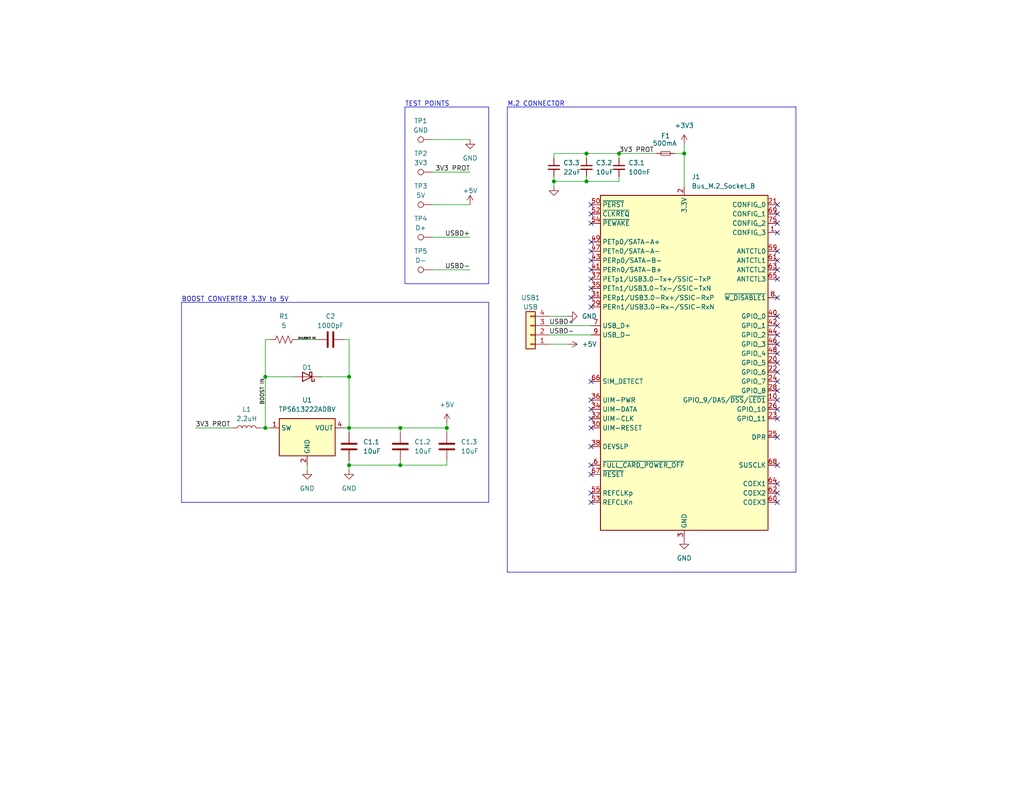
<source format=kicad_sch>
(kicad_sch (version 20231120) (generator "eeschema") (generator_version "8.0")
  (paper "USLetter")
  (title_block (title "Logitech Unifying 2242") (date "2023-03-04") (rev "B") (company "Ben Owen"))
  (lib_symbols
    (symbol "Connector:Bus_M.2_Socket_B"
      (property "Reference" "J" (at -22.86 46.99 0))
      (property "Value" "Bus_M.2_Socket_B" (at 16.51 46.99 0))
      (symbol "Bus_M.2_Socket_B_0_1"
        (rectangle (start -22.86 45.72) (end 22.86 -45.72) (stroke (width 0.254)) (fill (type background)))
      )
      (symbol "Bus_M.2_Socket_B_1_1"
        (pin input line (at 25.4 35.56 180) (length 2.54) (name "CONFIG_3") (number "1"))
        (pin bidirectional line (at 25.4 -10.16 180) (length 2.54) (name "GPIO_9/DAS/~{DSS}/~{LED1}") (number "10"))
        (pin passive line (at 0 -48.26 90) (length 2.54) hide (name "GND") (number "11"))
        (pin power_in line (at 0 48.26 270) (length 2.54) (name "3.3V") (number "2"))
        (pin bidirectional line (at 25.4 0 180) (length 2.54) (name "GPIO_5") (number "20"))
        (pin input line (at 25.4 43.18 180) (length 2.54) (name "CONFIG_0") (number "21"))
        (pin bidirectional line (at 25.4 -2.54 180) (length 2.54) (name "GPIO_6") (number "22"))
        (pin bidirectional line (at 25.4 -15.24 180) (length 2.54) (name "GPIO_11") (number "23"))
        (pin bidirectional line (at 25.4 -5.08 180) (length 2.54) (name "GPIO_7") (number "24"))
        (pin output line (at 25.4 -20.32 180) (length 2.54) (name "DPR") (number "25"))
        (pin bidirectional line (at 25.4 -12.7 180) (length 2.54) (name "GPIO_10") (number "26"))
        (pin passive line (at 0 -48.26 90) (length 2.54) hide (name "GND") (number "27"))
        (pin bidirectional line (at 25.4 -7.62 180) (length 2.54) (name "GPIO_8") (number "28"))
        (pin input line (at -25.4 15.24 0) (length 2.54) (name "PERn1/USB3.0-Rx-/SSIC-RxN") (number "29"))
        (pin power_in line (at 0 -48.26 90) (length 2.54) (name "GND") (number "3"))
        (pin input line (at -25.4 -17.78 0) (length 2.54) (name "UIM-RESET") (number "30"))
        (pin input line (at -25.4 17.78 0) (length 2.54) (name "PERp1/USB3.0-Rx+/SSIC-RxP") (number "31"))
        (pin input line (at -25.4 -15.24 0) (length 2.54) (name "UIM-CLK") (number "32"))
        (pin passive line (at 0 -48.26 90) (length 2.54) hide (name "GND") (number "33"))
        (pin bidirectional line (at -25.4 -12.7 0) (length 2.54) (name "UIM-DATA") (number "34"))
        (pin output line (at -25.4 20.32 0) (length 2.54) (name "PETn1/USB3.0-Tx-/SSIC-TxN") (number "35"))
        (pin input line (at -25.4 -10.16 0) (length 2.54) (name "UIM-PWR") (number "36"))
        (pin output line (at -25.4 22.86 0) (length 2.54) (name "PETp1/USB3.0-Tx+/SSIC-TxP") (number "37"))
        (pin output line (at -25.4 -22.86 0) (length 2.54) (name "DEVSLP") (number "38"))
        (pin passive line (at 0 -48.26 90) (length 2.54) hide (name "GND") (number "39"))
        (pin passive line (at 0 48.26 270) (length 2.54) hide (name "3.3V") (number "4"))
        (pin bidirectional line (at 25.4 12.7 180) (length 2.54) (name "GPIO_0") (number "40"))
        (pin input line (at -25.4 25.4 0) (length 2.54) (name "PERn0/SATA-B+") (number "41"))
        (pin bidirectional line (at 25.4 10.16 180) (length 2.54) (name "GPIO_1") (number "42"))
        (pin input line (at -25.4 27.94 0) (length 2.54) (name "PERp0/SATA-B-") (number "43"))
        (pin bidirectional line (at 25.4 7.62 180) (length 2.54) (name "GPIO_2") (number "44"))
        (pin passive line (at 0 -48.26 90) (length 2.54) hide (name "GND") (number "45"))
        (pin bidirectional line (at 25.4 5.08 180) (length 2.54) (name "GPIO_3") (number "46"))
        (pin output line (at -25.4 30.48 0) (length 2.54) (name "PETn0/SATA-A-") (number "47"))
        (pin bidirectional line (at 25.4 2.54 180) (length 2.54) (name "GPIO_4") (number "48"))
        (pin output line (at -25.4 33.02 0) (length 2.54) (name "PETp0/SATA-A+") (number "49"))
        (pin passive line (at 0 -48.26 90) (length 2.54) hide (name "GND") (number "5"))
        (pin output line (at -25.4 43.18 0) (length 2.54) (name "~{PERST}") (number "50"))
        (pin passive line (at 0 -48.26 90) (length 2.54) hide (name "GND") (number "51"))
        (pin bidirectional line (at -25.4 40.64 0) (length 2.54) (name "~{CLKREQ}") (number "52"))
        (pin output line (at -25.4 -38.1 0) (length 2.54) (name "REFCLKn") (number "53"))
        (pin bidirectional line (at -25.4 38.1 0) (length 2.54) (name "~{PEWAKE}") (number "54"))
        (pin output line (at -25.4 -35.56 0) (length 2.54) (name "REFCLKp") (number "55"))
        (pin no_connect line (at 22.86 -43.18 180) (length 2.54) hide (name "NC") (number "56"))
        (pin passive line (at 0 -48.26 90) (length 2.54) hide (name "GND") (number "57"))
        (pin no_connect line (at 22.86 -40.64 180) (length 2.54) hide (name "NC") (number "58"))
        (pin input line (at 25.4 30.48 180) (length 2.54) (name "ANTCTL0") (number "59"))
        (pin output line (at -25.4 -27.94 0) (length 2.54) (name "~{FULL_CARD_POWER_OFF}") (number "6"))
        (pin bidirectional line (at 25.4 -38.1 180) (length 2.54) (name "COEX3") (number "60"))
        (pin input line (at 25.4 27.94 180) (length 2.54) (name "ANTCTL1") (number "61"))
        (pin bidirectional line (at 25.4 -35.56 180) (length 2.54) (name "COEX2") (number "62"))
        (pin input line (at 25.4 25.4 180) (length 2.54) (name "ANTCTL2") (number "63"))
        (pin bidirectional line (at 25.4 -33.02 180) (length 2.54) (name "COEX1") (number "64"))
        (pin input line (at 25.4 22.86 180) (length 2.54) (name "ANTCTL3") (number "65"))
        (pin output line (at -25.4 -5.08 0) (length 2.54) (name "SIM_DETECT") (number "66"))
        (pin output line (at -25.4 -30.48 0) (length 2.54) (name "~{RESET}") (number "67"))
        (pin output line (at 25.4 -27.94 180) (length 2.54) (name "SUSCLK") (number "68"))
        (pin input line (at 25.4 40.64 180) (length 2.54) (name "CONFIG_1") (number "69"))
        (pin bidirectional line (at -25.4 10.16 0) (length 2.54) (name "USB_D+") (number "7"))
        (pin passive line (at 0 48.26 270) (length 2.54) hide (name "3.3V") (number "70"))
        (pin passive line (at 0 -48.26 90) (length 2.54) hide (name "GND") (number "71"))
        (pin passive line (at 0 48.26 270) (length 2.54) hide (name "3.3V") (number "72"))
        (pin passive line (at 0 -48.26 90) (length 2.54) hide (name "GND") (number "73"))
        (pin passive line (at 0 48.26 270) (length 2.54) hide (name "3.3V") (number "74"))
        (pin input line (at 25.4 38.1 180) (length 2.54) (name "CONFIG_2") (number "75"))
        (pin output line (at 25.4 17.78 180) (length 2.54) (name "~{W_DISABLE1}") (number "8"))
        (pin bidirectional line (at -25.4 7.62 0) (length 2.54) (name "USB_D-") (number "9"))
      )
    )
    (symbol "Connector:TestPoint" (pin_numbers hide) (pin_names (offset 0.762) hide)
      (property "Reference" "TP" (at 0 6.858 0))
      (property "Value" "TestPoint" (at 0 5.08 0))
      (symbol "TestPoint_0_1"
        (circle (center 0 3.302) (radius 0.762))
      )
      (symbol "TestPoint_1_1"
        (pin passive line (at 0 0 90) (length 2.54) (name "1") (number "1"))
      )
    )
    (symbol "Connector_Generic:Conn_01x04" (pin_names (offset 1.016) hide)
      (property "Reference" "J" (at 0 5.08 0))
      (property "Value" "Conn_01x04" (at 0 -7.62 0))
      (symbol "Conn_01x04_1_1"
        (rectangle (start -1.27 -4.953) (end 0 -5.207) (stroke (width 0.1524)))
        (rectangle (start -1.27 -2.413) (end 0 -2.667) (stroke (width 0.1524)))
        (rectangle (start -1.27 0.127) (end 0 -0.127) (stroke (width 0.1524)))
        (rectangle (start -1.27 2.667) (end 0 2.413) (stroke (width 0.1524)))
        (rectangle (start -1.27 3.81) (end 1.27 -6.35) (stroke (width 0.254)) (fill (type background)))
        (pin passive line (at -5.08 2.54 0) (length 3.81) (name "Pin_1") (number "1"))
        (pin passive line (at -5.08 0 0) (length 3.81) (name "Pin_2") (number "2"))
        (pin passive line (at -5.08 -2.54 0) (length 3.81) (name "Pin_3") (number "3"))
        (pin passive line (at -5.08 -5.08 0) (length 3.81) (name "Pin_4") (number "4"))
      )
    )
    (symbol "Device:C" (pin_numbers hide) (pin_names (offset 0.254))
      (property "Reference" "C" (at 0.635 2.54 0))
      (property "Value" "C" (at 0.635 -2.54 0))
      (symbol "C_0_1"
        (polyline (pts (xy -2.032 -0.762) (xy 2.032 -0.762)) (stroke (width 0.508)))
        (polyline (pts (xy -2.032 0.762) (xy 2.032 0.762)) (stroke (width 0.508)))
      )
      (symbol "C_1_1"
        (pin passive line (at 0 3.81 270) (length 2.794) (name "~") (number "1"))
        (pin passive line (at 0 -3.81 90) (length 2.794) (name "~") (number "2"))
      )
    )
    (symbol "Device:C_Small" (pin_numbers hide) (pin_names (offset 0.254) hide)
      (property "Reference" "C" (at 0.254 1.778 0))
      (property "Value" "C_Small" (at 0.254 -2.032 0))
      (symbol "C_Small_0_1"
        (polyline (pts (xy -1.524 -0.508) (xy 1.524 -0.508)) (stroke (width 0.3302)))
        (polyline (pts (xy -1.524 0.508) (xy 1.524 0.508)) (stroke (width 0.3048)))
      )
      (symbol "C_Small_1_1"
        (pin passive line (at 0 2.54 270) (length 2.032) (name "~") (number "1"))
        (pin passive line (at 0 -2.54 90) (length 2.032) (name "~") (number "2"))
      )
    )
    (symbol "Device:D_Schottky" (pin_numbers hide) (pin_names (offset 1.016) hide)
      (property "Reference" "D" (at 0 2.54 0))
      (property "Value" "D_Schottky" (at 0 -2.54 0))
      (symbol "D_Schottky_0_1"
        (polyline (pts (xy 1.27 0) (xy -1.27 0)))
        (polyline (pts (xy 1.27 1.27) (xy 1.27 -1.27) (xy -1.27 0) (xy 1.27 1.27)) (stroke (width 0.254)))
        (polyline (pts (xy -1.905 0.635) (xy -1.905 1.27) (xy -1.27 1.27) (xy -1.27 -1.27) (xy -0.635 -1.27) (xy -0.635 -0.635)) (stroke (width 0.254)))
      )
      (symbol "D_Schottky_1_1"
        (pin passive line (at -3.81 0 0) (length 2.54) (name "K") (number "1"))
        (pin passive line (at 3.81 0 180) (length 2.54) (name "A") (number "2"))
      )
    )
    (symbol "Device:Fuse_Small" (pin_numbers hide) (pin_names (offset 0.254) hide)
      (property "Reference" "F" (at 0 -1.524 0))
      (property "Value" "Fuse_Small" (at 0 1.524 0))
      (symbol "Fuse_Small_0_1"
        (rectangle (start -1.27 0.508) (end 1.27 -0.508))
        (polyline (pts (xy -1.27 0) (xy 1.27 0)))
      )
      (symbol "Fuse_Small_1_1"
        (pin passive line (at -2.54 0 0) (length 1.27) (name "~") (number "1"))
        (pin passive line (at 2.54 0 180) (length 1.27) (name "~") (number "2"))
      )
    )
    (symbol "Device:L" (pin_numbers hide) (pin_names (offset 1.016) hide)
      (property "Reference" "L" (at -1.27 0 90))
      (property "Value" "L" (at 1.905 0 90))
      (symbol "L_0_1"
        (arc (start 0 -2.54) (mid 0.6323 -1.905) (end 0 -1.27))
        (arc (start 0 -1.27) (mid 0.6323 -0.635) (end 0 0))
        (arc (start 0 0) (mid 0.6323 0.635) (end 0 1.27))
        (arc (start 0 1.27) (mid 0.6323 1.905) (end 0 2.54))
      )
      (symbol "L_1_1"
        (pin passive line (at 0 3.81 270) (length 1.27) (name "1") (number "1"))
        (pin passive line (at 0 -3.81 90) (length 1.27) (name "2") (number "2"))
      )
    )
    (symbol "Device:R_US" (pin_numbers hide) (pin_names (offset 0))
      (property "Reference" "R" (at 2.54 0 90))
      (property "Value" "R_US" (at -2.54 0 90))
      (symbol "R_US_0_1"
        (polyline (pts (xy 0 -2.286) (xy 0 -2.54)))
        (polyline (pts (xy 0 2.286) (xy 0 2.54)))
        (polyline (pts (xy 0 -0.762) (xy 1.016 -1.143) (xy 0 -1.524) (xy -1.016 -1.905) (xy 0 -2.286)))
        (polyline (pts (xy 0 0.762) (xy 1.016 0.381) (xy 0 0) (xy -1.016 -0.381) (xy 0 -0.762)))
        (polyline (pts (xy 0 2.286) (xy 1.016 1.905) (xy 0 1.524) (xy -1.016 1.143) (xy 0 0.762)))
      )
      (symbol "R_US_1_1"
        (pin passive line (at 0 3.81 270) (length 1.27) (name "~") (number "1"))
        (pin passive line (at 0 -3.81 90) (length 1.27) (name "~") (number "2"))
      )
    )
    (symbol "Regulator_Switching:TPS613222ADBV"
      (property "Reference" "U" (at -7.62 6.35 0))
      (property "Value" "TPS613222ADBV" (at 2.54 6.35 0))
      (symbol "TPS613222ADBV_0_1"
        (rectangle (start -7.62 5.08) (end 7.62 -5.08) (stroke (width 0.254)) (fill (type background)))
      )
      (symbol "TPS613222ADBV_1_1"
        (pin power_in line (at -10.16 2.54 0) (length 2.54) (name "SW") (number "1"))
        (pin power_in line (at 0 -7.62 90) (length 2.54) (name "GND") (number "2"))
        (pin no_connect line (at -7.62 -2.54 0) (length 2.54) hide (name "NC") (number "3"))
        (pin power_out line (at 10.16 2.54 180) (length 2.54) (name "VOUT") (number "4"))
        (pin no_connect line (at 7.62 -2.54 180) (length 2.54) hide (name "NC") (number "5"))
      )
    )
    (symbol "power:+3V3" (power) (pin_names (offset 0))
      (property "Value" "+3V3" (at 0 3.556 0))
      (symbol "+3V3_0_1"
        (polyline (pts (xy -0.762 1.27) (xy 0 2.54)))
        (polyline (pts (xy 0 0) (xy 0 2.54)))
        (polyline (pts (xy 0 2.54) (xy 0.762 1.27)))
      )
      (symbol "+3V3_1_1"
        (pin power_in line (at 0 0 90) (length 0) hide (name "+3V3") (number "1"))
      )
    )
    (symbol "power:+5V" (power) (pin_names (offset 0))
      (property "Value" "+5V" (at 0 3.556 0))
      (symbol "+5V_0_1"
        (polyline (pts (xy -0.762 1.27) (xy 0 2.54)))
        (polyline (pts (xy 0 0) (xy 0 2.54)))
        (polyline (pts (xy 0 2.54) (xy 0.762 1.27)))
      )
      (symbol "+5V_1_1"
        (pin power_in line (at 0 0 90) (length 0) hide (name "+5V") (number "1"))
      )
    )
    (symbol "power:GND" (power) (pin_names (offset 0))
      (property "Value" "GND" (at 0 -3.81 0))
      (symbol "GND_0_1"
        (polyline (pts (xy 0 0) (xy 0 -1.27) (xy 1.27 -1.27) (xy 0 -2.54) (xy -1.27 -1.27) (xy 0 -1.27)))
      )
      (symbol "GND_1_1"
        (pin power_in line (at 0 0 270) (length 0) hide (name "GND") (number "1"))
      )
    )
  )
  (junction (at 109.22 127))
  (junction (at 72.39 116.84))
  (junction (at 121.92 116.84))
  (junction (at 95.25 127))
  (junction (at 160.02 41.91))
  (junction (at 72.39 102.87))
  (junction (at 95.25 102.87))
  (junction (at 109.22 116.84))
  (junction (at 160.02 49.53))
  (junction (at 151.13 49.53))
  (junction (at 95.25 116.84))
  (junction (at 186.69 41.91))
  (junction (at 168.91 41.91))
  (no_connect (at 212.09 99.06))
  (no_connect (at 212.09 76.2))
  (no_connect (at 212.09 88.9))
  (no_connect (at 212.09 81.28))
  (no_connect (at 212.09 127))
  (no_connect (at 161.29 114.3))
  (no_connect (at 161.29 60.96))
  (no_connect (at 212.09 111.76))
  (no_connect (at 161.29 71.12))
  (no_connect (at 161.29 83.82))
  (no_connect (at 212.09 104.14))
  (no_connect (at 161.29 73.66))
  (no_connect (at 212.09 63.5))
  (no_connect (at 161.29 55.88))
  (no_connect (at 212.09 55.88))
  (no_connect (at 212.09 73.66))
  (no_connect (at 212.09 101.6))
  (no_connect (at 161.29 111.76))
  (no_connect (at 212.09 106.68))
  (no_connect (at 161.29 66.04))
  (no_connect (at 161.29 129.54))
  (no_connect (at 212.09 114.3))
  (no_connect (at 212.09 134.62))
  (no_connect (at 212.09 71.12))
  (no_connect (at 212.09 60.96))
  (no_connect (at 161.29 137.16))
  (no_connect (at 161.29 58.42))
  (no_connect (at 212.09 93.98))
  (no_connect (at 161.29 81.28))
  (no_connect (at 161.29 121.92))
  (no_connect (at 212.09 132.08))
  (no_connect (at 161.29 78.74))
  (no_connect (at 212.09 91.44))
  (no_connect (at 161.29 76.2))
  (no_connect (at 161.29 104.14))
  (no_connect (at 212.09 119.38))
  (no_connect (at 161.29 116.84))
  (no_connect (at 212.09 109.22))
  (no_connect (at 212.09 137.16))
  (no_connect (at 161.29 109.22))
  (no_connect (at 212.09 68.58))
  (no_connect (at 161.29 68.58))
  (no_connect (at 212.09 58.42))
  (no_connect (at 161.29 127))
  (no_connect (at 161.29 134.62))
  (no_connect (at 212.09 86.36))
  (no_connect (at 212.09 96.52))
  (wire (pts (xy 109.22 127) (xy 121.92 127)))
  (wire (pts (xy 118.11 64.77) (xy 128.27 64.77)))
  (polyline (pts (xy 49.53 82.55) (xy 49.53 137.16)))
  (wire (pts (xy 149.86 88.9) (xy 161.29 88.9)))
  (wire (pts (xy 121.92 115.57) (xy 121.92 116.84)))
  (wire (pts (xy 168.91 41.91) (xy 160.02 41.91)))
  (polyline (pts (xy 217.17 29.21) (xy 217.17 156.21)))
  (wire (pts (xy 118.11 46.99) (xy 128.27 46.99)))
  (wire (pts (xy 149.86 93.98) (xy 154.94 93.98)))
  (wire (pts (xy 109.22 116.84) (xy 121.92 116.84)))
  (wire (pts (xy 95.25 127) (xy 95.25 128.27)))
  (wire (pts (xy 95.25 125.73) (xy 95.25 127)))
  (wire (pts (xy 149.86 86.36) (xy 154.94 86.36)))
  (polyline (pts (xy 138.43 156.21) (xy 138.43 29.21)))
  (wire (pts (xy 87.63 102.87) (xy 95.25 102.87)))
  (wire (pts (xy 168.91 49.53) (xy 168.91 48.26)))
  (wire (pts (xy 118.11 38.1) (xy 128.27 38.1)))
  (wire (pts (xy 72.39 116.84) (xy 73.66 116.84)))
  (wire (pts (xy 160.02 41.91) (xy 160.02 43.18)))
  (wire (pts (xy 151.13 49.53) (xy 151.13 50.8)))
  (wire (pts (xy 95.25 102.87) (xy 95.25 92.71)))
  (polyline (pts (xy 49.53 82.55) (xy 133.35 82.55)))
  (wire (pts (xy 151.13 41.91) (xy 151.13 43.18)))
  (wire (pts (xy 93.98 92.71) (xy 95.25 92.71)))
  (polyline (pts (xy 138.43 29.21) (xy 217.17 29.21)))
  (wire (pts (xy 95.25 127) (xy 109.22 127)))
  (wire (pts (xy 168.91 41.91) (xy 179.07 41.91)))
  (wire (pts (xy 95.25 116.84) (xy 109.22 116.84)))
  (wire (pts (xy 81.28 92.71) (xy 86.36 92.71)))
  (wire (pts (xy 128.27 55.88) (xy 118.11 55.88)))
  (wire (pts (xy 72.39 102.87) (xy 80.01 102.87)))
  (wire (pts (xy 151.13 49.53) (xy 160.02 49.53)))
  (wire (pts (xy 72.39 92.71) (xy 72.39 102.87)))
  (wire (pts (xy 160.02 49.53) (xy 168.91 49.53)))
  (wire (pts (xy 186.69 39.37) (xy 186.69 41.91)))
  (wire (pts (xy 73.66 92.71) (xy 72.39 92.71)))
  (wire (pts (xy 149.86 91.44) (xy 161.29 91.44)))
  (wire (pts (xy 160.02 49.53) (xy 160.02 48.26)))
  (wire (pts (xy 118.11 73.66) (xy 128.27 73.66)))
  (polyline (pts (xy 217.17 156.21) (xy 138.43 156.21)))
  (wire (pts (xy 72.39 116.84) (xy 72.39 102.87)))
  (wire (pts (xy 109.22 116.84) (xy 109.22 118.11)))
  (wire (pts (xy 109.22 127) (xy 109.22 125.73)))
  (wire (pts (xy 168.91 41.91) (xy 168.91 43.18)))
  (wire (pts (xy 83.82 127) (xy 83.82 128.27)))
  (wire (pts (xy 160.02 41.91) (xy 151.13 41.91)))
  (wire (pts (xy 121.92 116.84) (xy 121.92 118.11)))
  (polyline (pts (xy 133.35 82.55) (xy 133.35 137.16)))
  (wire (pts (xy 95.25 102.87) (xy 95.25 116.84)))
  (wire (pts (xy 53.34 116.84) (xy 63.5 116.84)))
  (wire (pts (xy 151.13 48.26) (xy 151.13 49.53)))
  (wire (pts (xy 71.12 116.84) (xy 72.39 116.84)))
  (wire (pts (xy 184.15 41.91) (xy 186.69 41.91)))
  (wire (pts (xy 95.25 116.84) (xy 95.25 118.11)))
  (polyline (pts (xy 133.35 137.16) (xy 49.53 137.16)))
  (wire (pts (xy 121.92 127) (xy 121.92 125.73)))
  (wire (pts (xy 93.98 116.84) (xy 95.25 116.84)))
  (wire (pts (xy 186.69 41.91) (xy 186.69 50.8)))
  (rectangle (start 110.49 29.21) (end 133.35 77.47))
  (text "M.2 CONNECTOR" (at 138.43 29.21 0) (effects (font (size 1.27 1.27)) (justify left bottom)))
  (text "TEST POINTS" (at 110.49 29.21 0) (effects (font (size 1.27 1.27)) (justify left bottom)))
  (text "BOOST CONVERTER 3.3V to 5V" (at 49.53 82.55 0) (effects (font (size 1.27 1.27)) (justify left bottom)))
  (label "USBD-" (at 149.86 91.44 0))
  (label "BOOST IN" (at 72.39 110.49 90) (effects (font (size 1 1))))
  (label "USBD-" (at 128.27 73.66 180))
  (label "USBD+" (at 149.86 88.9 0))
  (label "3V3 PROT" (at 168.91 41.91 0))
  (label "USBD+" (at 128.27 64.77 180))
  (label "3V3 PROT" (at 128.27 46.99 180))
  (label "SNUBBER RC" (at 81.28 92.71 0) (effects (font (size 0.5 0.5))))
  (label "3V3 PROT" (at 53.34 116.84 0))
  (symbol (lib_id "Device:C") (at 109.22 121.92 0) (unit 1)
    (property "Reference" "C1.2" (at 113.03 120.6499 0) (effects (justify left)))
    (property "Value" "10uF" (at 113.03 123.1899 0) (effects (justify left)))
    (property "Footprint" "Capacitor_SMD:C_0402_1005Metric_Pad0.74x0.62mm_HandSolder" (effects (hide yes)))
  )
  (symbol (lib_id "Connector:TestPoint") (at 118.11 55.88 90) (unit 1)
    (property "Reference" "TP3" (at 114.808 50.8 90))
    (property "Value" "5V" (at 114.808 53.34 90))
    (property "Footprint" "TestPoint:TestPoint_Pad_D1.0mm" (effects (hide yes)))
  )
  (symbol (lib_id "Connector:TestPoint") (at 118.11 38.1 90) (unit 1)
    (property "Reference" "TP1" (at 114.808 33.02 90))
    (property "Value" "GND" (at 114.808 35.56 90))
    (property "Footprint" "TestPoint:TestPoint_Pad_D1.0mm" (effects (hide yes)))
  )
  (symbol (lib_id "power:+3V3") (at 186.69 39.37 0) (unit 1)
    (property "Reference" "#PWR0108" (effects (hide yes)))
    (property "Value" "+3V3" (at 186.69 34.29 0))
  )
  (symbol (lib_id "Device:C_Small") (at 168.91 45.72 0) (unit 1)
    (property "Reference" "C3.1" (at 171.45 44.4562 0) (effects (justify left)))
    (property "Value" "100nF" (at 171.45 46.9962 0) (effects (justify left)))
    (property "Footprint" "Capacitor_SMD:C_0402_1005Metric_Pad0.74x0.62mm_HandSolder" (effects (hide yes)))
  )
  (symbol (lib_id "Device:D_Schottky") (at 83.82 102.87 180) (unit 1)
    (property "Reference" "D1" (at 83.82 100.33 0))
    (property "Value" "D_Schottky" (effects (hide yes)))
    (property "Footprint" "Diode_SMD:D_SOD-323" (effects (hide yes)))
  )
  (symbol (lib_id "power:+5V") (at 121.92 115.57 0) (unit 1)
    (property "Reference" "#PWR0102" (effects (hide yes)))
    (property "Value" "+5V" (at 121.92 110.49 0))
  )
  (symbol (lib_id "power:+5V") (at 154.94 93.98 270) (unit 1)
    (property "Reference" "#PWR0106" (effects (hide yes)))
    (property "Value" "+5V" (at 158.75 93.9799 90) (effects (justify left)))
  )
  (symbol (lib_id "Connector:TestPoint") (at 118.11 46.99 90) (unit 1)
    (property "Reference" "TP2" (at 114.808 41.91 90))
    (property "Value" "3V3" (at 114.808 44.45 90))
    (property "Footprint" "TestPoint:TestPoint_Pad_D1.0mm" (effects (hide yes)))
  )
  (symbol (lib_id "Connector:TestPoint") (at 118.11 73.66 90) (unit 1)
    (property "Reference" "TP5" (at 114.808 68.58 90))
    (property "Value" "D-" (at 114.808 71.12 90))
    (property "Footprint" "TestPoint:TestPoint_Pad_D1.0mm" (effects (hide yes)))
  )
  (symbol (lib_id "power:GND") (at 128.27 38.1 0) (unit 1)
    (property "Reference" "#PWR02" (effects (hide yes)))
    (property "Value" "GND" (at 128.27 43.18 0))
  )
  (symbol (lib_id "power:+5V") (at 128.27 55.88 0) (unit 1)
    (property "Reference" "#PWR01" (effects (hide yes)))
    (property "Value" "+5V" (at 128.27 52.07 0))
  )
  (symbol (lib_id "Device:C") (at 90.17 92.71 90) (unit 1)
    (property "Reference" "C2" (at 90.17 86.36 90))
    (property "Value" "1000pF" (at 90.17 88.9 90))
    (property "Footprint" "Capacitor_SMD:C_0402_1005Metric_Pad0.74x0.62mm_HandSolder" (effects (hide yes)))
  )
  (symbol (lib_id "Connector:Bus_M.2_Socket_B") (at 186.69 99.06 0) (unit 1)
    (property "Reference" "J1" (at 188.7094 48.26 0) (effects (justify left)))
    (property "Value" "Bus_M.2_Socket_B" (at 188.7094 50.8 0) (effects (justify left)))
    (property "Footprint" "Generic_Custom:M.2-2242-B+M-KEY_USB-ONLY" (effects (hide yes)))
    (property "Datasheet" "http://read.pudn.com/downloads794/doc/project/3133918/PCIe_M.2_Electromechanical_Spec_Rev1.0_Final_11012013_RS_Clean.pdf#page=154" (effects (hide yes)))
  )
  (symbol (lib_id "power:GND") (at 186.69 147.32 0) (unit 1)
    (property "Reference" "#PWR0105" (effects (hide yes)))
    (property "Value" "GND" (at 186.69 152.4 0))
  )
  (symbol (lib_id "Device:C_Small") (at 151.13 45.72 0) (unit 1)
    (property "Reference" "C3.3" (at 153.67 44.4562 0) (effects (justify left)))
    (property "Value" "22uF" (at 153.67 46.9962 0) (effects (justify left)))
    (property "Footprint" "Capacitor_SMD:C_0402_1005Metric_Pad0.74x0.62mm_HandSolder" (effects (hide yes)))
  )
  (symbol (lib_id "Device:C") (at 95.25 121.92 0) (unit 1)
    (property "Reference" "C1.1" (at 99.06 120.6499 0) (effects (justify left)))
    (property "Value" "10uF" (at 99.06 123.1899 0) (effects (justify left)))
    (property "Footprint" "Capacitor_SMD:C_0402_1005Metric_Pad0.74x0.62mm_HandSolder" (effects (hide yes)))
  )
  (symbol (lib_id "Device:C") (at 121.92 121.92 0) (unit 1)
    (property "Reference" "C1.3" (at 125.73 120.6499 0) (effects (justify left)))
    (property "Value" "10uF" (at 125.73 123.1899 0) (effects (justify left)))
    (property "Footprint" "Capacitor_SMD:C_0402_1005Metric_Pad0.74x0.62mm_HandSolder" (effects (hide yes)))
  )
  (symbol (lib_id "power:GND") (at 83.82 128.27 0) (unit 1)
    (property "Reference" "#PWR0103" (effects (hide yes)))
    (property "Value" "GND" (at 83.82 133.35 0))
  )
  (symbol (lib_id "power:GND") (at 154.94 86.36 90) (unit 1)
    (property "Reference" "#PWR0107" (effects (hide yes)))
    (property "Value" "GND" (at 158.75 86.3599 90) (effects (justify right)))
  )
  (symbol (lib_id "Device:Fuse_Small") (at 181.61 41.91 180) (unit 1)
    (property "Reference" "F1" (at 181.61 37.084 0))
    (property "Value" "500mA" (at 181.356 39.116 0))
    (property "Footprint" "Fuse:Fuse_0603_1608Metric_Pad1.05x0.95mm_HandSolder" (effects (hide yes)))
  )
  (symbol (lib_id "Connector_Generic:Conn_01x04") (at 144.78 91.44 180) (unit 1)
    (property "Reference" "USB1" (at 144.78 81.28 0))
    (property "Value" "USB" (at 144.78 83.82 0))
    (property "Footprint" "Connector_USB:USB_A_TE_292303-7_Horizontal" (effects (hide yes)))
  )
  (symbol (lib_id "Device:C_Small") (at 160.02 45.72 0) (unit 1)
    (property "Reference" "C3.2" (at 162.56 44.4562 0) (effects (justify left)))
    (property "Value" "10uF" (at 162.56 46.99 0) (effects (justify left)))
    (property "Footprint" "Capacitor_SMD:C_0402_1005Metric_Pad0.74x0.62mm_HandSolder" (effects (hide yes)))
  )
  (symbol (lib_id "Device:R_US") (at 77.47 92.71 90) (unit 1)
    (property "Reference" "R1" (at 77.47 86.36 90))
    (property "Value" "5" (at 77.47 88.9 90))
    (property "Footprint" "Resistor_SMD:R_0402_1005Metric_Pad0.72x0.64mm_HandSolder" (effects (hide yes)))
  )
  (symbol (lib_id "power:GND") (at 151.13 50.8 0) (unit 1)
    (property "Reference" "#PWR0109" (effects (hide yes)))
    (property "Value" "GND" (effects (hide yes)))
  )
  (symbol (lib_id "power:GND") (at 95.25 128.27 0) (unit 1)
    (property "Reference" "#PWR0104" (effects (hide yes)))
    (property "Value" "GND" (at 95.25 133.35 0))
  )
  (symbol (lib_id "Device:L") (at 67.31 116.84 90) (unit 1)
    (property "Reference" "L1" (at 67.31 111.76 90))
    (property "Value" "2.2uH" (at 67.31 114.3 90))
    (property "Footprint" "Inductor_SMD:L_1008_2520Metric_Pad1.43x2.20mm_HandSolder" (effects (hide yes)))
  )
  (symbol (lib_id "Regulator_Switching:TPS613222ADBV") (at 83.82 119.38 0) (unit 1)
    (property "Reference" "U1" (at 83.82 109.22 0))
    (property "Value" "TPS613222ADBV" (at 83.82 111.76 0))
    (property "Footprint" "Package_TO_SOT_SMD:SOT-23-5" (effects (hide yes)))
    (property "Datasheet" "http://www.ti.com/lit/ds/symlink/tps61322.pdf" (effects (hide yes)))
  )
  (symbol (lib_id "Connector:TestPoint") (at 118.11 64.77 90) (unit 1)
    (property "Reference" "TP4" (at 114.808 59.69 90))
    (property "Value" "D+" (at 114.808 62.23 90))
    (property "Footprint" "TestPoint:TestPoint_Pad_D1.0mm" (effects (hide yes)))
  )
)
</source>
